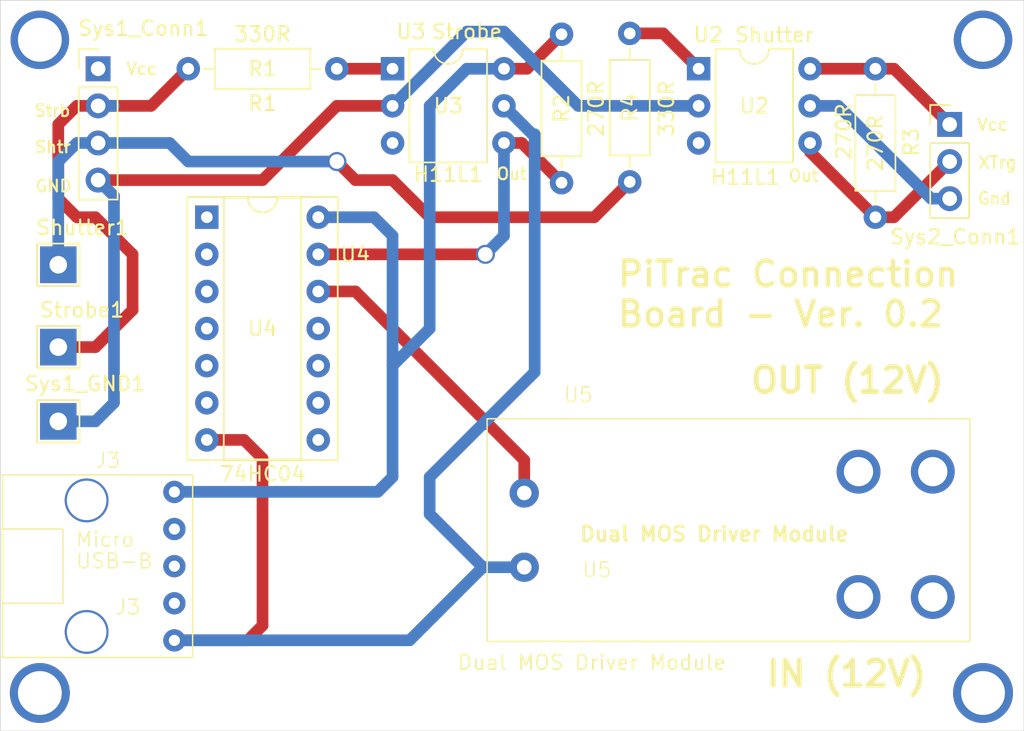
<source format=kicad_pcb>
(kicad_pcb (version 20221018) (generator pcbnew)
  (layers (0 "F.Cu" signal) (31 "B.Cu" signal) (34 "B.Paste" user) (35 "F.Paste" user) (36 "B.SilkS" user "B.Silkscreen") (37 "F.SilkS" user "F.Silkscreen") (38 "B.Mask" user) (39 "F.Mask" user) (44 "Edge.Cuts" user))
  (net 0 "")
  (net 1 "+3.3VA")
  (net 2 "GND1")
  (net 3 "+3.3V")
  (net 4 "Net-(R2-Pad1)")
  (net 5 "GND3")
  (net 6 "+5VP")
  (net 10 "GND2")
  (net 11 "Net-(R1-Pad1)")
  (net 13 "Net-(U5-TRIG{slash}PWM)")
  (net 14 "Net-(Sys2_Conn1-Pin_2)")
  (net 15 "Net-(R4-Pad1)")
  (net 21 "Net-(Sys1_Conn1-Pin_3)")
  (net 22 "Net-(Sys1_Conn1-Pin_2)")
  (footprint "Package_DIP:DIP-6_W7.62mm" (layer "F.Cu") (at 155.5514 81.28)
    (fp_text reference "U2" (at 0.6586 -2.33) (layer "F.SilkS"))
    (fp_text value "H11L1" (at 3.1986 7.41) (layer "F.SilkS"))
    (fp_text user "${REFERENCE}" (at 3.81 2.54) (layer "F.SilkS"))
    (fp_line (start 1.16 -1.33) (end 1.16 6.41) (stroke (width 0.12)) (layer "F.SilkS"))
    (fp_line (start 1.16 6.41) (end 6.46 6.41) (stroke (width 0.12)) (layer "F.SilkS"))
    (fp_line (start 2.81 -1.33) (end 1.16 -1.33) (stroke (width 0.12)) (layer "F.SilkS"))
    (fp_line (start 6.46 -1.33) (end 4.81 -1.33) (stroke (width 0.12)) (layer "F.SilkS"))
    (fp_line (start 6.46 6.41) (end 6.46 -1.33) (stroke (width 0.12)) (layer "F.SilkS"))
    (fp_arc (start 4.81 -1.33) (mid 3.81 -0.33) (end 2.81 -1.33) (stroke (width 0.12)) (layer "F.SilkS"))
    (pad "1" thru_hole rect (at 0 0) (size 1.6 1.6) (drill 0.8) (layers "*.Cu" "*.Mask") (net 15 "Net-(R4-Pad1)"))
    (pad "2" thru_hole oval (at 0 2.54) (size 1.6 1.6) (drill 0.8) (layers "*.Cu" "*.Mask") (net 2 "GND1"))
    (pad "3" thru_hole oval (at 0 5.08) (size 1.6 1.6) (drill 0.8) (layers "*.Cu" "*.Mask"))
    (pad "4" thru_hole oval (at 7.62 5.08) (size 1.6 1.6) (drill 0.8) (layers "*.Cu" "*.Mask") (net 14 "Net-(Sys2_Conn1-Pin_2)"))
    (pad "5" thru_hole oval (at 7.62 2.54) (size 1.6 1.6) (drill 0.8) (layers "*.Cu" "*.Mask") (net 5 "GND3"))
    (pad "6" thru_hole oval (at 7.62 0) (size 1.6 1.6) (drill 0.8) (layers "*.Cu" "*.Mask") (net 3 "+3.3V"))
  )
  (footprint "Connector_PinHeader_2.54mm:PinHeader_1x03_P2.54mm_Vertical" (layer "F.Cu") (at 172.72 85.09)
    (fp_text reference "Sys2_Conn1" (at 0.387149 7.693374) (layer "F.SilkS"))
    (fp_text value "~" hide)
    (fp_line (start -1.33 -1.33) (end 0 -1.33) (stroke (width 0.12)) (layer "F.SilkS"))
    (fp_line (start -1.33 0) (end -1.33 -1.33) (stroke (width 0.12)) (layer "F.SilkS"))
    (fp_line (start -1.33 1.27) (end -1.33 6.41) (stroke (width 0.12)) (layer "F.SilkS"))
    (fp_line (start -1.33 1.27) (end 1.33 1.27) (stroke (width 0.12)) (layer "F.SilkS"))
    (fp_line (start -1.33 6.41) (end 1.33 6.41) (stroke (width 0.12)) (layer "F.SilkS"))
    (fp_line (start 1.33 1.27) (end 1.33 6.41) (stroke (width 0.12)) (layer "F.SilkS"))
    (pad "1" thru_hole rect (at 0 0) (size 1.7 1.7) (drill 1) (layers "*.Cu" "*.Mask") (net 3 "+3.3V"))
    (pad "2" thru_hole oval (at 0 2.54) (size 1.7 1.7) (drill 1) (layers "*.Cu" "*.Mask") (net 14 "Net-(Sys2_Conn1-Pin_2)"))
    (pad "3" thru_hole oval (at 0 5.08) (size 1.7 1.7) (drill 1) (layers "*.Cu" "*.Mask") (net 5 "GND3"))
  )
  (footprint "Connector_PinHeader_2.54mm:PinHeader_1x04_P2.54mm_Vertical" (layer "F.Cu") (at 114.485068 81.28)
    (fp_text reference "Sys1_Conn1" (at 3.099582 -2.761479) (layer "F.SilkS"))
    (fp_text value "~" hide)
    (fp_line (start -1.33 -1.33) (end 0 -1.33) (stroke (width 0.12)) (layer "F.SilkS"))
    (fp_line (start -1.33 0) (end -1.33 -1.33) (stroke (width 0.12)) (layer "F.SilkS"))
    (fp_line (start -1.33 1.27) (end -1.33 8.95) (stroke (width 0.12)) (layer "F.SilkS"))
    (fp_line (start -1.33 1.27) (end 1.33 1.27) (stroke (width 0.12)) (layer "F.SilkS"))
    (fp_line (start -1.33 8.95) (end 1.33 8.95) (stroke (width 0.12)) (layer "F.SilkS"))
    (fp_line (start 1.33 1.27) (end 1.33 8.95) (stroke (width 0.12)) (layer "F.SilkS"))
    (pad "1" thru_hole rect (at 0 0) (size 1.7 1.7) (drill 1) (layers "*.Cu" "*.Mask") (net 1 "+3.3VA"))
    (pad "2" thru_hole oval (at 0 2.54) (size 1.7 1.7) (drill 1) (layers "*.Cu" "*.Mask") (net 22 "Net-(Sys1_Conn1-Pin_2)"))
    (pad "3" thru_hole oval (at 0 5.08) (size 1.7 1.7) (drill 1) (layers "*.Cu" "*.Mask") (net 21 "Net-(Sys1_Conn1-Pin_3)"))
    (pad "4" thru_hole oval (at 0 7.62) (size 1.7 1.7) (drill 1) (layers "*.Cu" "*.Mask") (net 2 "GND1"))
  )
  (footprint "Verdant_Custom_Footprint_Library:PCB Dual MOS Driver Module" (layer "F.Cu") (at 148.705757 112.851309)
    (fp_text reference "U5" (at -0.115757 2.718691 unlocked) (layer "F.SilkS") (effects (font (thickness 0.1))))
    (fp_text value "~" hide)
    (fp_text user "Dual MOS Driver Module" (at -1.385757 0.850866 unlocked) (layer "F.SilkS") (effects (font (thickness 0.2) bold) (justify left bottom)))
    (fp_rect (start 25.4 -7.62) (end -7.62 7.62) (stroke (width 0.1)) (fill none) (layer "F.SilkS"))
    (pad "1" thru_hole circle (at -5.08 2.54) (size 2 2) (drill 1) (layers "*.Cu" "*.Mask") (net 10 "GND2"))
    (pad "2" thru_hole circle (at -5.08 -2.54) (size 2 2) (drill 1) (layers "*.Cu" "*.Mask") (net 13 "Net-(U5-TRIG{slash}PWM)"))
    (pad "3" thru_hole circle (at 17.78 -4 90) (size 3 3) (drill 2) (layers "*.Cu" "*.Mask"))
    (pad "4" thru_hole circle (at 22.86 -4) (size 3 3) (drill 2) (layers "*.Cu" "*.Mask"))
    (pad "5" thru_hole circle (at 17.78 4.58) (size 3 3) (drill 2) (layers "*.Cu" "*.Mask"))
    (pad "6" thru_hole circle (at 22.86 4.58) (size 3 3) (drill 2) (layers "*.Cu" "*.Mask"))
  )
  (footprint "Resistor_THT:R_Axial_DIN0207_L6.3mm_D2.5mm_P10.16mm_Horizontal" (layer "F.Cu") (at 146.176246 89.079071 90)
    (fp_text reference "R2" hide)
    (fp_text value "270R" (at 5.08 2.37 90) (layer "F.SilkS"))
    (fp_text user "${REFERENCE}" (at 5.08 0 90) (layer "F.SilkS"))
    (fp_line (start 1.04 0) (end 1.81 0) (stroke (width 0.12)) (layer "F.SilkS"))
    (fp_line (start 1.81 -1.37) (end 1.81 1.37) (stroke (width 0.12)) (layer "F.SilkS"))
    (fp_line (start 1.81 1.37) (end 8.35 1.37) (stroke (width 0.12)) (layer "F.SilkS"))
    (fp_line (start 8.35 -1.37) (end 1.81 -1.37) (stroke (width 0.12)) (layer "F.SilkS"))
    (fp_line (start 8.35 1.37) (end 8.35 -1.37) (stroke (width 0.12)) (layer "F.SilkS"))
    (fp_line (start 9.12 0) (end 8.35 0) (stroke (width 0.12)) (layer "F.SilkS"))
    (pad "1" thru_hole circle (at 0 0 90) (size 1.6 1.6) (drill 0.8) (layers "*.Cu" "*.Mask") (net 4 "Net-(R2-Pad1)"))
    (pad "2" thru_hole oval (at 10.16 0 90) (size 1.6 1.6) (drill 0.8) (layers "*.Cu" "*.Mask") (net 6 "+5VP"))
  )
  (footprint "Package_DIP:DIP-6_W7.62mm" (layer "F.Cu") (at 134.62 81.28)
    (fp_text reference "U3" (at 1.27 -2.54) (layer "F.SilkS"))
    (fp_text value "H11L1" (at 3.81 7.221077) (layer "F.SilkS"))
    (fp_text user "${REFERENCE}" (at 3.81 2.54) (layer "F.SilkS"))
    (fp_line (start 1.16 -1.33) (end 1.16 6.41) (stroke (width 0.12)) (layer "F.SilkS"))
    (fp_line (start 1.16 6.41) (end 6.46 6.41) (stroke (width 0.12)) (layer "F.SilkS"))
    (fp_line (start 2.81 -1.33) (end 1.16 -1.33) (stroke (width 0.12)) (layer "F.SilkS"))
    (fp_line (start 6.46 -1.33) (end 4.81 -1.33) (stroke (width 0.12)) (layer "F.SilkS"))
    (fp_line (start 6.46 6.41) (end 6.46 -1.33) (stroke (width 0.12)) (layer "F.SilkS"))
    (fp_arc (start 4.81 -1.33) (mid 3.81 -0.33) (end 2.81 -1.33) (stroke (width 0.12)) (layer "F.SilkS"))
    (pad "1" thru_hole rect (at 0 0) (size 1.6 1.6) (drill 0.8) (layers "*.Cu" "*.Mask") (net 11 "Net-(R1-Pad1)"))
    (pad "2" thru_hole oval (at 0 2.54) (size 1.6 1.6) (drill 0.8) (layers "*.Cu" "*.Mask") (net 2 "GND1"))
    (pad "3" thru_hole oval (at 0 5.08) (size 1.6 1.6) (drill 0.8) (layers "*.Cu" "*.Mask"))
    (pad "4" thru_hole oval (at 7.62 5.08) (size 1.6 1.6) (drill 0.8) (layers "*.Cu" "*.Mask") (net 4 "Net-(R2-Pad1)"))
    (pad "5" thru_hole oval (at 7.62 2.54) (size 1.6 1.6) (drill 0.8) (layers "*.Cu" "*.Mask") (net 10 "GND2"))
    (pad "6" thru_hole oval (at 7.62 0) (size 1.6 1.6) (drill 0.8) (layers "*.Cu" "*.Mask") (net 6 "+5VP"))
  )
  (footprint "Resistor_THT:R_Axial_DIN0207_L6.3mm_D2.5mm_P10.16mm_Horizontal" (layer "F.Cu") (at 167.64 91.44 90)
    (fp_text reference "R3" (at 5.141932 2.457628 90) (layer "F.SilkS"))
    (fp_text value "270R" (at 5.08 0 90) (layer "F.SilkS"))
    (fp_line (start 1.04 0) (end 1.81 0) (stroke (width 0.12)) (layer "F.SilkS"))
    (fp_line (start 1.81 -1.37) (end 1.81 1.37) (stroke (width 0.12)) (layer "F.SilkS"))
    (fp_line (start 1.81 1.37) (end 8.35 1.37) (stroke (width 0.12)) (layer "F.SilkS"))
    (fp_line (start 8.35 -1.37) (end 1.81 -1.37) (stroke (width 0.12)) (layer "F.SilkS"))
    (fp_line (start 8.35 1.37) (end 8.35 -1.37) (stroke (width 0.12)) (layer "F.SilkS"))
    (fp_line (start 9.12 0) (end 8.35 0) (stroke (width 0.12)) (layer "F.SilkS"))
    (pad "1" thru_hole circle (at 0 0 90) (size 1.6 1.6) (drill 0.8) (layers "*.Cu" "*.Mask") (net 14 "Net-(Sys2_Conn1-Pin_2)"))
    (pad "2" thru_hole oval (at 10.16 0 90) (size 1.6 1.6) (drill 0.8) (layers "*.Cu" "*.Mask") (net 3 "+3.3V"))
  )
  (footprint "MountingHole:MountingHole_2.7mm_M2.5_ISO7380_Pad" (layer "F.Cu") (at 110.5 79.3)
    (fp_text reference "REF**" hide)
    (fp_text value "MountingHole_2.7mm_M2.5_ISO7380_Pad" hide)
    (pad "1" thru_hole circle (at 0 0) (size 4 4) (drill 3) (layers "*.Cu" "*.Mask"))
  )
  (footprint "TestPoint:TestPoint_THTPad_2.5x2.5mm_Drill1.2mm" (layer "F.Cu") (at 111.76 100.33)
    (fp_text reference "Strobe1" (at 1.62299 -2.544886) (layer "F.SilkS"))
    (fp_text value "~" hide)
    (fp_line (start -1.45 -1.45) (end 1.45 -1.45) (stroke (width 0.12)) (layer "F.SilkS"))
    (fp_line (start -1.45 1.45) (end -1.45 -1.45) (stroke (width 0.12)) (layer "F.SilkS"))
    (fp_line (start 1.45 -1.45) (end 1.45 1.45) (stroke (width 0.12)) (layer "F.SilkS"))
    (fp_line (start 1.45 1.45) (end -1.45 1.45) (stroke (width 0.12)) (layer "F.SilkS"))
    (pad "1" thru_hole rect (at 0 0) (size 2.5 2.5) (drill 1.2) (layers "*.Cu" "*.Mask") (net 22 "Net-(Sys1_Conn1-Pin_2)"))
  )
  (footprint "MountingHole:MountingHole_2.7mm_M2.5_ISO7380_Pad" (layer "F.Cu") (at 175 124)
    (fp_text reference "REF**" hide)
    (fp_text value "MountingHole_2.7mm_M2.5_ISO7380_Pad" hide)
    (pad "1" thru_hole circle (at 0 0) (size 4.1 4.1) (drill 3) (layers "*.Cu" "*.Mask"))
  )
  (footprint "TestPoint:TestPoint_THTPad_2.5x2.5mm_Drill1.2mm" (layer "F.Cu") (at 111.76 94.694197)
    (fp_text reference "Shutter1" (at 1.665377 -2.546637) (layer "F.SilkS"))
    (fp_text value "~" hide)
    (fp_line (start -1.45 -1.45) (end 1.45 -1.45) (stroke (width 0.12)) (layer "F.SilkS"))
    (fp_line (start -1.45 1.45) (end -1.45 -1.45) (stroke (width 0.12)) (layer "F.SilkS"))
    (fp_line (start 1.45 -1.45) (end 1.45 1.45) (stroke (width 0.12)) (layer "F.SilkS"))
    (fp_line (start 1.45 1.45) (end -1.45 1.45) (stroke (width 0.12)) (layer "F.SilkS"))
    (pad "1" thru_hole rect (at 0 0) (size 2.5 2.5) (drill 1.2) (layers "*.Cu" "*.Mask") (net 21 "Net-(Sys1_Conn1-Pin_3)"))
  )
  (footprint "Package_DIP:DIP-14_W7.62mm_Socket" (layer "F.Cu") (at 121.92 91.44)
    (fp_text reference "U4" (at 10.16 2.54) (layer "F.SilkS"))
    (fp_text value "74HC04" (at 3.81 17.57) (layer "F.SilkS"))
    (fp_text user "${REFERENCE}" (at 3.81 7.62) (layer "F.SilkS"))
    (fp_line (start -1.33 -1.39) (end -1.33 16.63) (stroke (width 0.12)) (layer "F.SilkS"))
    (fp_line (start -1.33 16.63) (end 8.95 16.63) (stroke (width 0.12)) (layer "F.SilkS"))
    (fp_line (start 1.16 -1.33) (end 1.16 16.57) (stroke (width 0.12)) (layer "F.SilkS"))
    (fp_line (start 1.16 16.57) (end 6.46 16.57) (stroke (width 0.12)) (layer "F.SilkS"))
    (fp_line (start 2.81 -1.33) (end 1.16 -1.33) (stroke (width 0.12)) (layer "F.SilkS"))
    (fp_line (start 6.46 -1.33) (end 4.81 -1.33) (stroke (width 0.12)) (layer "F.SilkS"))
    (fp_line (start 6.46 16.57) (end 6.46 -1.33) (stroke (width 0.12)) (layer "F.SilkS"))
    (fp_line (start 8.95 -1.39) (end -1.33 -1.39) (stroke (width 0.12)) (layer "F.SilkS"))
    (fp_line (start 8.95 16.63) (end 8.95 -1.39) (stroke (width 0.12)) (layer "F.SilkS"))
    (fp_arc (start 4.81 -1.33) (mid 3.81 -0.33) (end 2.81 -1.33) (stroke (width 0.12)) (layer "F.SilkS"))
    (pad "1" thru_hole rect (at 0 0) (size 1.6 1.6) (drill 0.8) (layers "*.Cu" "*.Mask"))
    (pad "2" thru_hole oval (at 0 2.54) (size 1.6 1.6) (drill 0.8) (layers "*.Cu" "*.Mask"))
    (pad "3" thru_hole oval (at 0 5.08) (size 1.6 1.6) (drill 0.8) (layers "*.Cu" "*.Mask"))
    (pad "4" thru_hole oval (at 0 7.62) (size 1.6 1.6) (drill 0.8) (layers "*.Cu" "*.Mask"))
    (pad "5" thru_hole oval (at 0 10.16) (size 1.6 1.6) (drill 0.8) (layers "*.Cu" "*.Mask"))
    (pad "6" thru_hole oval (at 0 12.7) (size 1.6 1.6) (drill 0.8) (layers "*.Cu" "*.Mask"))
    (pad "7" thru_hole oval (at 0 15.24) (size 1.6 1.6) (drill 0.8) (layers "*.Cu" "*.Mask") (net 10 "GND2"))
    (pad "8" thru_hole oval (at 7.62 15.24) (size 1.6 1.6) (drill 0.8) (layers "*.Cu" "*.Mask"))
    (pad "9" thru_hole oval (at 7.62 12.7) (size 1.6 1.6) (drill 0.8) (layers "*.Cu" "*.Mask"))
    (pad "10" thru_hole oval (at 7.62 10.16) (size 1.6 1.6) (drill 0.8) (layers "*.Cu" "*.Mask"))
    (pad "11" thru_hole oval (at 7.62 7.62) (size 1.6 1.6) (drill 0.8) (layers "*.Cu" "*.Mask"))
    (pad "12" thru_hole oval (at 7.62 5.08) (size 1.6 1.6) (drill 0.8) (layers "*.Cu" "*.Mask") (net 13 "Net-(U5-TRIG{slash}PWM)"))
    (pad "13" thru_hole oval (at 7.62 2.54) (size 1.6 1.6) (drill 0.8) (layers "*.Cu" "*.Mask") (net 4 "Net-(R2-Pad1)"))
    (pad "14" thru_hole oval (at 7.62 0) (size 1.6 1.6) (drill 0.8) (layers "*.Cu" "*.Mask") (net 6 "+5VP"))
  )
  (footprint "MountingHole:MountingHole_2.7mm_M2.5_ISO7380_Pad" (layer "F.Cu") (at 175 79.3)
    (fp_text reference "REF**" hide)
    (fp_text value "MountingHole_2.7mm_M2.5_ISO7380_Pad" hide)
    (pad "1" thru_hole circle (at 0 0) (size 4 4) (drill 3) (layers "*.Cu" "*.Mask"))
  )
  (footprint "Resistor_THT:R_Axial_DIN0207_L6.3mm_D2.5mm_P10.16mm_Horizontal" (layer "F.Cu") (at 130.81 81.28 180)
    (fp_text reference "R1" (at 5.08 -2.37) (layer "F.SilkS"))
    (fp_text value "330R" (at 5.08 2.37) (layer "F.SilkS"))
    (fp_text user "${REFERENCE}" (at 5.08 0) (layer "F.SilkS"))
    (fp_line (start 1.04 0) (end 1.81 0) (stroke (width 0.12)) (layer "F.SilkS"))
    (fp_line (start 1.81 -1.37) (end 1.81 1.37) (stroke (width 0.12)) (layer "F.SilkS"))
    (fp_line (start 1.81 1.37) (end 8.35 1.37) (stroke (width 0.12)) (layer "F.SilkS"))
    (fp_line (start 8.35 -1.37) (end 1.81 -1.37) (stroke (width 0.12)) (layer "F.SilkS"))
    (fp_line (start 8.35 1.37) (end 8.35 -1.37) (stroke (width 0.12)) (layer "F.SilkS"))
    (fp_line (start 9.12 0) (end 8.35 0) (stroke (width 0.12)) (layer "F.SilkS"))
    (pad "1" thru_hole circle (at 0 0 180) (size 1.6 1.6) (drill 0.8) (layers "*.Cu" "*.Mask") (net 11 "Net-(R1-Pad1)"))
    (pad "2" thru_hole oval (at 10.16 0 180) (size 1.6 1.6) (drill 0.8) (layers "*.Cu" "*.Mask") (net 22 "Net-(Sys1_Conn1-Pin_2)"))
  )
  (footprint "MountingHole:MountingHole_2.7mm_M2.5_ISO7380_Pad" (layer "F.Cu") (at 110.5 124)
    (fp_text reference "REF**" hide)
    (fp_text value "MountingHole_2.7mm_M2.5_ISO7380_Pad" hide)
    (pad "1" thru_hole circle (at 0 0) (size 4.1 4.1) (drill 3) (layers "*.Cu" "*.Mask"))
  )
  (footprint "TestPoint:TestPoint_THTPad_2.5x2.5mm_Drill1.2mm" (layer "F.Cu") (at 111.76 105.41)
    (fp_text reference "Sys1_GND1" (at 1.834928 -2.580759) (layer "F.SilkS"))
    (fp_text value "~" hide)
    (fp_line (start -1.45 -1.45) (end 1.45 -1.45) (stroke (width 0.12)) (layer "F.SilkS"))
    (fp_line (start -1.45 1.45) (end -1.45 -1.45) (stroke (width 0.12)) (layer "F.SilkS"))
    (fp_line (start 1.45 -1.45) (end 1.45 1.45) (stroke (width 0.12)) (layer "F.SilkS"))
    (fp_line (start 1.45 1.45) (end -1.45 1.45) (stroke (width 0.12)) (layer "F.SilkS"))
    (pad "1" thru_hole rect (at 0 0) (size 2.5 2.5) (drill 1.2) (layers "*.Cu" "*.Mask") (net 2 "GND1"))
  )
  (footprint "Resistor_THT:R_Axial_DIN0207_L6.3mm_D2.5mm_P10.16mm_Horizontal" (layer "F.Cu") (at 150.840032 78.861002 -90)
    (fp_text reference "R4" hide)
    (fp_text value "330R" (at 5.148134 -2.514485 90) (layer "F.SilkS"))
    (fp_text user "${REFERENCE}" (at 5.08 0 90) (layer "F.SilkS"))
    (fp_line (start 1.04 0) (end 1.81 0) (stroke (width 0.12)) (layer "F.SilkS"))
    (fp_line (start 1.81 -1.37) (end 1.81 1.37) (stroke (width 0.12)) (layer "F.SilkS"))
    (fp_line (start 1.81 1.37) (end 8.35 1.37) (stroke (width 0.12)) (layer "F.SilkS"))
    (fp_line (start 8.35 -1.37) (end 1.81 -1.37) (stroke (width 0.12)) (layer "F.SilkS"))
    (fp_line (start 8.35 1.37) (end 8.35 -1.37) (stroke (width 0.12)) (layer "F.SilkS"))
    (fp_line (start 9.12 0) (end 8.35 0) (stroke (width 0.12)) (layer "F.SilkS"))
    (pad "1" thru_hole circle (at 0 0 270) (size 1.6 1.6) (drill 0.8) (layers "*.Cu" "*.Mask") (net 15 "Net-(R4-Pad1)"))
    (pad "2" thru_hole oval (at 10.16 0 270) (size 1.6 1.6) (drill 0.8) (layers "*.Cu" "*.Mask") (net 21 "Net-(Sys1_Conn1-Pin_3)"))
  )
  (footprint "Verdant_Custom_Footprint_Library:Micro_USB_B_Female" (layer "F.Cu") (at 119.7 115.32)
    (fp_text reference "J3" (at -3.172308 2.799186 unlocked) (layer "F.SilkS") (effects (font (thickness 0.1))))
    (fp_text value "~")
    (fp_text user "Micro" (at -6.803776 -1.245933 unlocked) (layer "F.SilkS") (effects (font (thickness 0.1)) (justify left bottom)))
    (fp_text user "USB-B" (at -6.795937 0.234713 unlocked) (layer "F.SilkS") (effects (font (thickness 0.1)) (justify left bottom)))
    (fp_rect (start -11.75 -6.25) (end 1.25 6.25) (stroke (width 0.1)) (fill none) (layer "F.SilkS"))
    (fp_rect (start -11.75 -2.54) (end -7.62 2.54) (stroke (width 0.1)) (fill none) (layer "F.SilkS"))
    (pad "1" thru_hole circle (at 0 -5.08) (size 1.524 1.524) (drill 0.762) (layers "*.Cu" "*.Mask") (net 6 "+5VP"))
    (pad "2" thru_hole circle (at 0 -2.54) (size 1.524 1.524) (drill 0.762) (layers "*.Cu" "*.Mask"))
    (pad "3" thru_hole circle (at 0 0) (size 1.524 1.524) (drill 0.762) (layers "*.Cu" "*.Mask"))
    (pad "4" thru_hole circle (at 0 2.54) (size 1.524 1.524) (drill 0.762) (layers "*.Cu" "*.Mask"))
    (pad "5" thru_hole circle (at 0 5.08) (size 1.524 1.524) (drill 0.762) (layers "*.Cu" "*.Mask") (net 10 "GND2"))
    (pad "6" thru_hole circle (at -6 -4.5) (size 3 3) (drill 2.7) (layers "*.Cu" "*.Mask"))
    (pad "7" thru_hole circle (at -6 4.5) (size 3 3) (drill 2.7) (layers "*.Cu" "*.Mask"))
  )
  (gr_rect (start 107.8 76.6) (end 177.8 126.6) (stroke (width 0.05)) (fill none) (layer "Edge.Cuts"))
  (gr_text "Dual MOS Driver Module" (at 139 122.497097) (layer "F.SilkS") (effects (font (size 1 1) (thickness 0.125)) (justify left bottom)))
  (gr_text "Gnd" (at 175.77757 90.155342) (layer "F.SilkS") (effects (font (size 0.8 0.8))))
  (gr_text "Strobe" (at 139.7 78.74) (layer "F.SilkS") (effects (font (size 1 1))))
  (gr_text "Shtr" (at 111.390771 86.637169) (layer "F.SilkS") (effects (font (size 0.8 0.8))))
  (gr_text "Out" (at 142.76168 88.472866) (layer "F.SilkS") (effects (font (size 0.8 0.8))))
  (gr_text "PiTrac Connection\nBoard - Ver. 0.2" (at 149.86 99.06) (layer "F.SilkS") (effects (font (size 1.7 1.7) (thickness 0.3) bold) (justify left bottom)))
  (gr_text "Out" (at 162.72625 88.600029) (layer "F.SilkS") (effects (font (size 0.8 0.8))))
  (gr_text " " (at 158.017156 94.182166) (layer "F.SilkS") (effects (font (size 0.8 0.8) (thickness 0.125))))
  (gr_text "GND" (at 111.433159 89.307589) (layer "F.SilkS") (effects (font (size 0.8 0.8))))
  (gr_text "Vcc" (at 117.464377 81.292218) (layer "F.SilkS") (effects (font (size 0.8 0.8))))
  (gr_text "Shutter" (at 160.729964 78.965009) (layer "F.SilkS") (effects (font (size 1 1))))
  (gr_text "IN (12V)" (at 160.02 123.683951) (layer "F.SilkS") (effects (font (size 1.7 1.7) (thickness 0.34) bold) (justify left bottom)))
  (gr_text "U5" (at 147.32 103.592218) (layer "F.SilkS") (effects (font (size 1 1) (thickness 0.1))))
  (gr_text "OUT (12V)" (at 158.949684 103.592218) (layer "F.SilkS") (effects (font (size 1.7 1.7) (thickness 0.34) bold) (justify left bottom)))
  (gr_text "Strb" (at 111.352452 84.149328) (layer "F.SilkS") (effects (font (size 0.8 0.8))))
  (gr_text "Vcc" (at 175.650407 85.111214) (layer "F.SilkS") (effects (font (size 0.8 0.8))))
  (gr_text "270R" (at 165.477377 85.577478 90) (layer "F.SilkS") (effects (font (size 1 1))))
  (gr_text "XTrg" (at 175.989508 87.696859) (layer "F.SilkS") (effects (font (size 0.8 0.8))))
  (gr_text "J3" (at 115.16327 108.085306) (layer "F.SilkS") (effects (font (size 1 1) (thickness 0.1))))
  (segment (start 125.73 88.9) (end 114.485068 88.9) (width 0.8) (layer "F.Cu") (net 2))
  (segment (start 130.81 83.82) (end 125.73 88.9) (width 0.8) (layer "F.Cu") (net 2))
  (segment (start 134.62 83.82) (end 130.81 83.82) (width 0.8) (layer "F.Cu") (net 2))
  (segment (start 147.32 83.82) (end 155.5514 83.82) (width 0.8) (layer "B.Cu") (net 2))
  (segment (start 111.76 105.41) (end 114.3 105.41) (width 0.8) (layer "B.Cu") (net 2))
  (segment (start 139.7 78.74) (end 142.24 78.74) (width 0.8) (layer "B.Cu") (net 2))
  (segment (start 115.57 89.984932) (end 114.485068 88.9) (width 0.8) (layer "B.Cu") (net 2))
  (segment (start 134.62 83.82) (end 139.7 78.74) (width 0.8) (layer "B.Cu") (net 2))
  (segment (start 114.3 105.41) (end 115.57 104.14) (width 0.8) (layer "B.Cu") (net 2))
  (segment (start 142.24 78.74) (end 147.32 83.82) (width 0.8) (layer "B.Cu") (net 2))
  (segment (start 115.57 104.14) (end 115.57 89.984932) (width 0.8) (layer "B.Cu") (net 2))
  (segment (start 167.64 81.28) (end 168.91 81.28) (width 0.8) (layer "F.Cu") (net 3))
  (segment (start 168.91 81.28) (end 172.72 85.09) (width 0.8) (layer "F.Cu") (net 3))
  (segment (start 167.64 81.28) (end 163.1714 81.28) (width 0.8) (layer "F.Cu") (net 3))
  (segment (start 140.97 93.98) (end 129.54 93.98) (width 0.8) (layer "F.Cu") (net 4))
  (segment (start 143.457175 86.36) (end 146.176246 89.079071) (width 0.8) (layer "F.Cu") (net 4))
  (segment (start 142.24 86.36) (end 143.457175 86.36) (width 0.8) (layer "F.Cu") (net 4))
  (via (at 140.97 93.98) (size 1.3) (drill 1) (layers "F.Cu" "B.Cu") (net 4))
  (segment (start 142.24 92.71) (end 140.97 93.98) (width 0.8) (layer "B.Cu") (net 4))
  (segment (start 142.24 86.36) (end 142.24 92.71) (width 0.8) (layer "B.Cu") (net 4))
  (segment (start 165.1 83.82) (end 171.45 90.17) (width 0.8) (layer "B.Cu") (net 5))
  (segment (start 163.1714 83.82) (end 165.1 83.82) (width 0.8) (layer "B.Cu") (net 5))
  (segment (start 171.45 90.17) (end 172.72 90.17) (width 0.8) (layer "B.Cu") (net 5))
  (segment (start 143.815317 81.28) (end 146.176246 78.919071) (width 0.8) (layer "F.Cu") (net 6))
  (segment (start 142.24 81.28) (end 143.815317 81.28) (width 0.8) (layer "F.Cu") (net 6))
  (segment (start 142.24 81.28) (end 139.7 81.28) (width 0.8) (layer "B.Cu") (net 6))
  (segment (start 134.62 92.71) (end 133.35 91.44) (width 0.8) (layer "B.Cu") (net 6))
  (segment (start 137.16 99.06) (end 134.62 101.6) (width 0.8) (layer "B.Cu") (net 6))
  (segment (start 133.609186 110.230814) (end 119.7 110.230814) (width 0.8) (layer "B.Cu") (net 6))
  (segment (start 134.62 101.6) (end 134.62 109.22) (width 0.8) (layer "B.Cu") (net 6))
  (segment (start 137.16 83.82) (end 137.16 99.06) (width 0.8) (layer "B.Cu") (net 6))
  (segment (start 134.62 101.6) (end 134.62 92.71) (width 0.8) (layer "B.Cu") (net 6))
  (segment (start 139.7 81.28) (end 137.16 83.82) (width 0.8) (layer "B.Cu") (net 6))
  (segment (start 134.62 109.22) (end 133.609186 110.230814) (width 0.8) (layer "B.Cu") (net 6))
  (segment (start 133.35 91.44) (end 129.54 91.44) (width 0.8) (layer "B.Cu") (net 6))
  (segment (start 124.719186 120.390814) (end 125.73 119.38) (width 0.8) (layer "F.Cu") (net 10))
  (segment (start 124.46 106.68) (end 121.92 106.68) (width 0.8) (layer "F.Cu") (net 10))
  (segment (start 119.7 120.390814) (end 124.719186 120.390814) (width 0.8) (layer "F.Cu") (net 10))
  (segment (start 125.73 119.38) (end 125.73 107.95) (width 0.8) (layer "F.Cu") (net 10))
  (segment (start 125.73 107.95) (end 124.46 106.68) (width 0.8) (layer "F.Cu") (net 10))
  (segment (start 144.34061 102.03939) (end 137.16 109.22) (width 0.8) (layer "B.Cu") (net 10))
  (segment (start 140.791309 115.391309) (end 143.625757 115.391309) (width 0.8) (layer "B.Cu") (net 10))
  (segment (start 135.791804 120.390814) (end 140.791309 115.391309) (width 0.8) (layer "B.Cu") (net 10))
  (segment (start 144.185606 85.765606) (end 144.34061 85.765606) (width 0.8) (layer "B.Cu") (net 10))
  (segment (start 137.16 109.22) (end 137.16 111.76) (width 0.8) (layer "B.Cu") (net 10))
  (segment (start 142.24 83.82) (end 144.185606 85.765606) (width 0.8) (layer "B.Cu") (net 10))
  (segment (start 144.34061 85.765606) (end 144.34061 102.03939) (width 0.8) (layer "B.Cu") (net 10))
  (segment (start 135.791804 120.390814) (end 119.7 120.390814) (width 0.8) (layer "B.Cu") (net 10))
  (segment (start 137.16 111.76) (end 140.791309 115.391309) (width 0.8) (layer "B.Cu") (net 10))
  (segment (start 134.62 81.28) (end 130.81 81.28) (width 0.8) (layer "F.Cu") (net 11))
  (segment (start 132.08 96.52) (end 143.625757 108.065757) (width 0.8) (layer "F.Cu") (net 13))
  (segment (start 129.54 96.52) (end 132.08 96.52) (width 0.8) (layer "F.Cu") (net 13))
  (segment (start 143.625757 108.065757) (end 143.625757 110.311309) (width 0.8) (layer "F.Cu") (net 13))
  (segment (start 167.64 91.44) (end 168.91 91.44) (width 0.8) (layer "F.Cu") (net 14))
  (segment (start 163.1714 86.9714) (end 163.1714 86.36) (width 0.8) (layer "F.Cu") (net 14))
  (segment (start 167.64 91.44) (end 163.1714 86.9714) (width 0.8) (layer "F.Cu") (net 14))
  (segment (start 168.91 91.44) (end 172.72 87.63) (width 0.8) (layer "F.Cu") (net 14))
  (segment (start 150.840032 78.861002) (end 153.132402 78.861002) (width 0.8) (layer "F.Cu") (net 15))
  (segment (start 153.132402 78.861002) (end 155.5514 81.28) (width 0.8) (layer "F.Cu") (net 15))
  (segment (start 148.421034 91.44) (end 137.16 91.44) (width 0.8) (layer "F.Cu") (net 21))
  (segment (start 150.840032 89.021002) (end 148.421034 91.44) (width 0.8) (layer "F.Cu") (net 21))
  (segment (start 134.62 88.9) (end 132.08 88.9) (width 0.8) (layer "F.Cu") (net 21))
  (segment (start 132.08 88.9) (end 130.81 87.63) (width 0.8) (layer "F.Cu") (net 21))
  (segment (start 137.16 91.44) (end 134.62 88.9) (width 0.8) (layer "F.Cu") (net 21))
  (via (at 130.81 87.63) (size 1.3) (drill 1) (layers "F.Cu" "B.Cu") (net 21))
  (segment (start 113.03 86.36) (end 111.76 87.63) (width 0.8) (layer "B.Cu") (net 21))
  (segment (start 119.38 86.36) (end 114.485068 86.36) (width 0.8) (layer "B.Cu") (net 21))
  (segment (start 111.76 87.63) (end 111.76 94.694197) (width 0.8) (layer "B.Cu") (net 21))
  (segment (start 114.485068 86.36) (end 113.03 86.36) (width 0.8) (layer "B.Cu") (net 21))
  (segment (start 120.65 87.63) (end 119.38 86.36) (width 0.8) (layer "B.Cu") (net 21))
  (segment (start 130.81 87.63) (end 120.65 87.63) (width 0.8) (layer "B.Cu") (net 21))
  (segment (start 114.3 91.44) (end 113.03 91.44) (width 0.8) (layer "F.Cu") (net 22))
  (segment (start 118.11 83.82) (end 120.65 81.28) (width 0.8) (layer "F.Cu") (net 22))
  (segment (start 114.3 100.33) (end 116.84 97.79) (width 0.8) (layer "F.Cu") (net 22))
  (segment (start 114.485068 83.82) (end 118.11 83.82) (width 0.8) (layer "F.Cu") (net 22))
  (segment (start 111.76 100.33) (end 114.3 100.33) (width 0.8) (layer "F.Cu") (net 22))
  (segment (start 111.76 90.17) (end 111.76 85.09) (width 0.8) (layer "F.Cu") (net 22))
  (segment (start 113.03 91.44) (end 111.76 90.17) (width 0.8) (layer "F.Cu") (net 22))
  (segment (start 111.76 85.09) (end 113.03 83.82) (width 0.8) (layer "F.Cu") (net 22))
  (segment (start 116.84 93.98) (end 114.3 91.44) (width 0.8) (layer "F.Cu") (net 22))
  (segment (start 116.84 97.79) (end 116.84 93.98) (width 0.8) (layer "F.Cu") (net 22))
  (segment (start 113.03 83.82) (end 114.485068 83.82) (width 0.8) (layer "F.Cu") (net 22))
  (segment (start 115.57 83.82) (end 114.485068 83.82) (width 0.8) (layer "B.Cu") (net 22))
)
</source>
